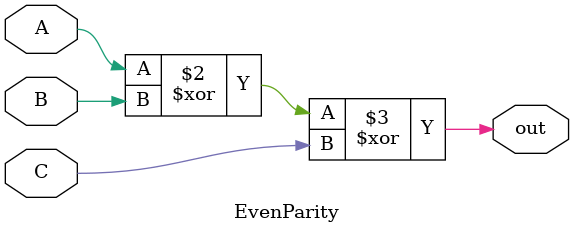
<source format=v>
`timescale 1ns / 1ps
module EvenParity(A,B,C,out);
input A,B,C;
output reg out;
always@(A,B,C)
begin
	out=A^B^C;
end



endmodule

</source>
